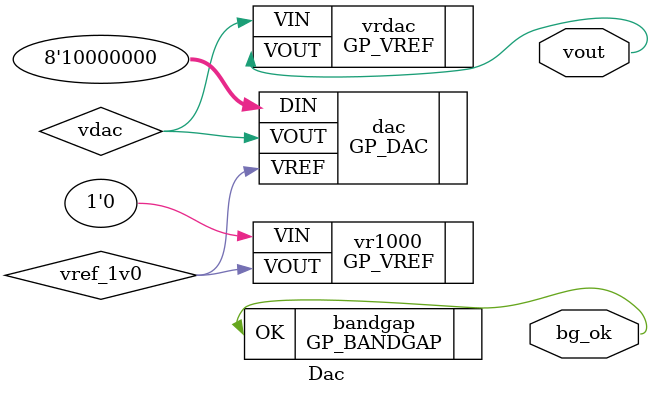
<source format=v>
/***********************************************************************************************************************
 * Copyright (C) 2016 Andrew Zonenberg and contributors                                                                *
 *                                                                                                                     *
 * This program is free software; you can redistribute it and/or modify it under the terms of the GNU Lesser General   *
 * Public License as published by the Free Software Foundation; either version 2.1 of the License, or (at your option) *
 * any later version.                                                                                                  *
 *                                                                                                                     *
 * This program is distributed in the hope that it will be useful, but WITHOUT ANY WARRANTY; without even the implied  *
 * warranty of MERCHANTABILITY or FITNESS FOR A PARTICULAR PURPOSE.  See the GNU Lesser General Public License for     *
 * more details.                                                                                                       *
 *                                                                                                                     *
 * You should have received a copy of the GNU Lesser General Public License along with this program; if not, you may   *
 * find one here:                                                                                                      *
 * https://www.gnu.org/licenses/old-licenses/lgpl-2.1.txt                                                              *
 * or you may search the http://www.gnu.org website for the version 2.1 license, or you may write to the Free Software *
 * Foundation, Inc., 51 Franklin Street, Fifth Floor, Boston, MA  02110-1301, USA                                      *
 **********************************************************************************************************************/

`default_nettype none

/**
	OUTPUTS:
		Bandgap OK on pin 20 (should be high after reset)
		DAC output on pin 19 (sweeping TBD)

	TEST PROCEDURE:
		TODO
 */
module Dac(bg_ok, vout);

	////////////////////////////////////////////////////////////////////////////////////////////////////////////////////
	// I/O declarations

	(* LOC = "P20" *)
	output wire bg_ok;

	(* LOC = "P19" *)
	(* IBUF_TYPE = "ANALOG" *)
	output wire vout;

	////////////////////////////////////////////////////////////////////////////////////////////////////////////////////
	// System reset stuff

	//Power-on reset
	wire por_done;
	GP_POR #(
		.POR_TIME(500)
	) por (
		.RST_DONE(por_done)
	);

	////////////////////////////////////////////////////////////////////////////////////////////////////////////////////
	// Oscillators

	////////////////////////////////////////////////////////////////////////////////////////////////////////////////////
	// 1.0V voltage reference for the DAC

	//Configure the bandgap with default timing etc
	GP_BANDGAP #(
		.AUTO_PWRDN(0),
		.CHOPPER_EN(1),
		.OUT_DELAY(550)
	) bandgap (
		.OK(bg_ok)
	);

	//1.0V reference for the DAC
	wire vref_1v0;
	GP_VREF #(
		.VIN_DIV(4'd1),
		.VREF(16'd1000)
	) vr1000 (
		.VIN(1'b0),
		.VOUT(vref_1v0)
	);

	////////////////////////////////////////////////////////////////////////////////////////////////////////////////////
	// DAC driving the voltage reference

	wire vdac;
	GP_DAC dac(
		.DIN(8'h80),
		.VOUT(vdac),
		.VREF(vref_1v0)
	);

	////////////////////////////////////////////////////////////////////////////////////////////////////////////////////
	// Voltage reference to buffer the DAC output

	GP_VREF #(
		.VIN_DIV(4'd1),
		.VREF(16'd00)
	) vrdac (
		.VIN(vdac),
		.VOUT(vout)
	);

endmodule

</source>
